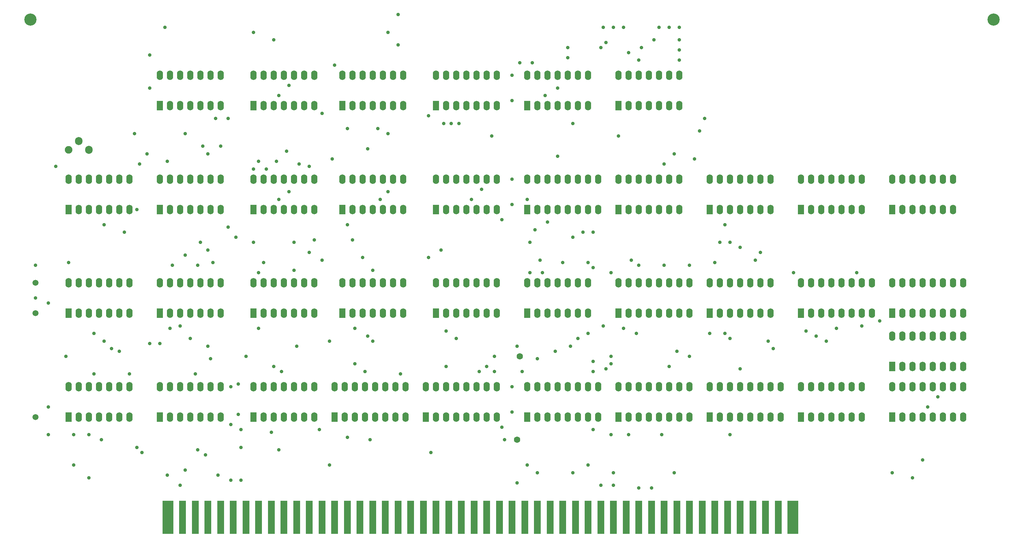
<source format=gbl>
G04 #@! TF.GenerationSoftware,KiCad,Pcbnew,(5.1.12)-1*
G04 #@! TF.CreationDate,2022-10-15T16:15:19+01:00*
G04 #@! TF.ProjectId,Dazzler,44617a7a-6c65-4722-9e6b-696361645f70,rev?*
G04 #@! TF.SameCoordinates,Original*
G04 #@! TF.FileFunction,Copper,L2,Bot*
G04 #@! TF.FilePolarity,Positive*
%FSLAX46Y46*%
G04 Gerber Fmt 4.6, Leading zero omitted, Abs format (unit mm)*
G04 Created by KiCad (PCBNEW (5.1.12)-1) date 2022-10-15 16:15:19*
%MOMM*%
%LPD*%
G01*
G04 APERTURE LIST*
G04 #@! TA.AperFunction,ComponentPad*
%ADD10O,1.905000X2.000000*%
G04 #@! TD*
G04 #@! TA.AperFunction,ComponentPad*
%ADD11C,1.905000*%
G04 #@! TD*
G04 #@! TA.AperFunction,ComponentPad*
%ADD12R,1.600000X2.400000*%
G04 #@! TD*
G04 #@! TA.AperFunction,ComponentPad*
%ADD13O,1.600000X2.400000*%
G04 #@! TD*
G04 #@! TA.AperFunction,ConnectorPad*
%ADD14R,2.794000X8.382000*%
G04 #@! TD*
G04 #@! TA.AperFunction,ConnectorPad*
%ADD15R,1.778000X8.382000*%
G04 #@! TD*
G04 #@! TA.AperFunction,ComponentPad*
%ADD16C,3.048000*%
G04 #@! TD*
G04 #@! TA.AperFunction,ViaPad*
%ADD17C,0.889000*%
G04 #@! TD*
G04 #@! TA.AperFunction,ViaPad*
%ADD18C,1.500000*%
G04 #@! TD*
G04 #@! TA.AperFunction,ViaPad*
%ADD19C,1.600000*%
G04 #@! TD*
G04 APERTURE END LIST*
D10*
X41275000Y-60620000D03*
X38735000Y-58420000D03*
D11*
X36195000Y-60620000D03*
D12*
X173990000Y-49530000D03*
D13*
X189230000Y-41910000D03*
X176530000Y-49530000D03*
X186690000Y-41910000D03*
X179070000Y-49530000D03*
X184150000Y-41910000D03*
X181610000Y-49530000D03*
X181610000Y-41910000D03*
X184150000Y-49530000D03*
X179070000Y-41910000D03*
X186690000Y-49530000D03*
X176530000Y-41910000D03*
X189230000Y-49530000D03*
X173990000Y-41910000D03*
D12*
X151130000Y-49530000D03*
D13*
X166370000Y-41910000D03*
X153670000Y-49530000D03*
X163830000Y-41910000D03*
X156210000Y-49530000D03*
X161290000Y-41910000D03*
X158750000Y-49530000D03*
X158750000Y-41910000D03*
X161290000Y-49530000D03*
X156210000Y-41910000D03*
X163830000Y-49530000D03*
X153670000Y-41910000D03*
X166370000Y-49530000D03*
X151130000Y-41910000D03*
D12*
X128270000Y-49530000D03*
D13*
X143510000Y-41910000D03*
X130810000Y-49530000D03*
X140970000Y-41910000D03*
X133350000Y-49530000D03*
X138430000Y-41910000D03*
X135890000Y-49530000D03*
X135890000Y-41910000D03*
X138430000Y-49530000D03*
X133350000Y-41910000D03*
X140970000Y-49530000D03*
X130810000Y-41910000D03*
X143510000Y-49530000D03*
X128270000Y-41910000D03*
D12*
X104775000Y-49530000D03*
D13*
X120015000Y-41910000D03*
X107315000Y-49530000D03*
X117475000Y-41910000D03*
X109855000Y-49530000D03*
X114935000Y-41910000D03*
X112395000Y-49530000D03*
X112395000Y-41910000D03*
X114935000Y-49530000D03*
X109855000Y-41910000D03*
X117475000Y-49530000D03*
X107315000Y-41910000D03*
X120015000Y-49530000D03*
X104775000Y-41910000D03*
D12*
X82550000Y-49530000D03*
D13*
X97790000Y-41910000D03*
X85090000Y-49530000D03*
X95250000Y-41910000D03*
X87630000Y-49530000D03*
X92710000Y-41910000D03*
X90170000Y-49530000D03*
X90170000Y-41910000D03*
X92710000Y-49530000D03*
X87630000Y-41910000D03*
X95250000Y-49530000D03*
X85090000Y-41910000D03*
X97790000Y-49530000D03*
X82550000Y-41910000D03*
D12*
X242570000Y-75565000D03*
D13*
X257810000Y-67945000D03*
X245110000Y-75565000D03*
X255270000Y-67945000D03*
X247650000Y-75565000D03*
X252730000Y-67945000D03*
X250190000Y-75565000D03*
X250190000Y-67945000D03*
X252730000Y-75565000D03*
X247650000Y-67945000D03*
X255270000Y-75565000D03*
X245110000Y-67945000D03*
X257810000Y-75565000D03*
X242570000Y-67945000D03*
D12*
X219710000Y-75565000D03*
D13*
X234950000Y-67945000D03*
X222250000Y-75565000D03*
X232410000Y-67945000D03*
X224790000Y-75565000D03*
X229870000Y-67945000D03*
X227330000Y-75565000D03*
X227330000Y-67945000D03*
X229870000Y-75565000D03*
X224790000Y-67945000D03*
X232410000Y-75565000D03*
X222250000Y-67945000D03*
X234950000Y-75565000D03*
X219710000Y-67945000D03*
D12*
X196850000Y-75565000D03*
D13*
X212090000Y-67945000D03*
X199390000Y-75565000D03*
X209550000Y-67945000D03*
X201930000Y-75565000D03*
X207010000Y-67945000D03*
X204470000Y-75565000D03*
X204470000Y-67945000D03*
X207010000Y-75565000D03*
X201930000Y-67945000D03*
X209550000Y-75565000D03*
X199390000Y-67945000D03*
X212090000Y-75565000D03*
X196850000Y-67945000D03*
D12*
X173990000Y-75565000D03*
D13*
X189230000Y-67945000D03*
X176530000Y-75565000D03*
X186690000Y-67945000D03*
X179070000Y-75565000D03*
X184150000Y-67945000D03*
X181610000Y-75565000D03*
X181610000Y-67945000D03*
X184150000Y-75565000D03*
X179070000Y-67945000D03*
X186690000Y-75565000D03*
X176530000Y-67945000D03*
X189230000Y-75565000D03*
X173990000Y-67945000D03*
D12*
X242570000Y-114935000D03*
D13*
X260350000Y-107315000D03*
X245110000Y-114935000D03*
X257810000Y-107315000D03*
X247650000Y-114935000D03*
X255270000Y-107315000D03*
X250190000Y-114935000D03*
X252730000Y-107315000D03*
X252730000Y-114935000D03*
X250190000Y-107315000D03*
X255270000Y-114935000D03*
X247650000Y-107315000D03*
X257810000Y-114935000D03*
X245110000Y-107315000D03*
X260350000Y-114935000D03*
X242570000Y-107315000D03*
X196850000Y-120015000D03*
X214630000Y-127635000D03*
X199390000Y-120015000D03*
X212090000Y-127635000D03*
X201930000Y-120015000D03*
X209550000Y-127635000D03*
X204470000Y-120015000D03*
X207010000Y-127635000D03*
X207010000Y-120015000D03*
X204470000Y-127635000D03*
X209550000Y-120015000D03*
X201930000Y-127635000D03*
X212090000Y-120015000D03*
X199390000Y-127635000D03*
X214630000Y-120015000D03*
D12*
X196850000Y-127635000D03*
D13*
X128270000Y-67945000D03*
X143510000Y-75565000D03*
X130810000Y-67945000D03*
X140970000Y-75565000D03*
X133350000Y-67945000D03*
X138430000Y-75565000D03*
X135890000Y-67945000D03*
X135890000Y-75565000D03*
X138430000Y-67945000D03*
X133350000Y-75565000D03*
X140970000Y-67945000D03*
X130810000Y-75565000D03*
X143510000Y-67945000D03*
D12*
X128270000Y-75565000D03*
D13*
X104775000Y-67945000D03*
X120015000Y-75565000D03*
X107315000Y-67945000D03*
X117475000Y-75565000D03*
X109855000Y-67945000D03*
X114935000Y-75565000D03*
X112395000Y-67945000D03*
X112395000Y-75565000D03*
X114935000Y-67945000D03*
X109855000Y-75565000D03*
X117475000Y-67945000D03*
X107315000Y-75565000D03*
X120015000Y-67945000D03*
D12*
X104775000Y-75565000D03*
D13*
X151130000Y-93980000D03*
X166370000Y-101600000D03*
X153670000Y-93980000D03*
X163830000Y-101600000D03*
X156210000Y-93980000D03*
X161290000Y-101600000D03*
X158750000Y-93980000D03*
X158750000Y-101600000D03*
X161290000Y-93980000D03*
X156210000Y-101600000D03*
X163830000Y-93980000D03*
X153670000Y-101600000D03*
X166370000Y-93980000D03*
D12*
X151130000Y-101600000D03*
D13*
X104775000Y-93980000D03*
X120015000Y-101600000D03*
X107315000Y-93980000D03*
X117475000Y-101600000D03*
X109855000Y-93980000D03*
X114935000Y-101600000D03*
X112395000Y-93980000D03*
X112395000Y-101600000D03*
X114935000Y-93980000D03*
X109855000Y-101600000D03*
X117475000Y-93980000D03*
X107315000Y-101600000D03*
X120015000Y-93980000D03*
D12*
X104775000Y-101600000D03*
D13*
X82550000Y-93980000D03*
X97790000Y-101600000D03*
X85090000Y-93980000D03*
X95250000Y-101600000D03*
X87630000Y-93980000D03*
X92710000Y-101600000D03*
X90170000Y-93980000D03*
X90170000Y-101600000D03*
X92710000Y-93980000D03*
X87630000Y-101600000D03*
X95250000Y-93980000D03*
X85090000Y-101600000D03*
X97790000Y-93980000D03*
D12*
X82550000Y-101600000D03*
X59055000Y-75565000D03*
D13*
X74295000Y-67945000D03*
X61595000Y-75565000D03*
X71755000Y-67945000D03*
X64135000Y-75565000D03*
X69215000Y-67945000D03*
X66675000Y-75565000D03*
X66675000Y-67945000D03*
X69215000Y-75565000D03*
X64135000Y-67945000D03*
X71755000Y-75565000D03*
X61595000Y-67945000D03*
X74295000Y-75565000D03*
X59055000Y-67945000D03*
D12*
X82550000Y-75565000D03*
D13*
X97790000Y-67945000D03*
X85090000Y-75565000D03*
X95250000Y-67945000D03*
X87630000Y-75565000D03*
X92710000Y-67945000D03*
X90170000Y-75565000D03*
X90170000Y-67945000D03*
X92710000Y-75565000D03*
X87630000Y-67945000D03*
X95250000Y-75565000D03*
X85090000Y-67945000D03*
X97790000Y-75565000D03*
X82550000Y-67945000D03*
D12*
X36195000Y-75565000D03*
D13*
X51435000Y-67945000D03*
X38735000Y-75565000D03*
X48895000Y-67945000D03*
X41275000Y-75565000D03*
X46355000Y-67945000D03*
X43815000Y-75565000D03*
X43815000Y-67945000D03*
X46355000Y-75565000D03*
X41275000Y-67945000D03*
X48895000Y-75565000D03*
X38735000Y-67945000D03*
X51435000Y-75565000D03*
X36195000Y-67945000D03*
X59055000Y-41910000D03*
X74295000Y-49530000D03*
X61595000Y-41910000D03*
X71755000Y-49530000D03*
X64135000Y-41910000D03*
X69215000Y-49530000D03*
X66675000Y-41910000D03*
X66675000Y-49530000D03*
X69215000Y-41910000D03*
X64135000Y-49530000D03*
X71755000Y-41910000D03*
X61595000Y-49530000D03*
X74295000Y-41910000D03*
D12*
X59055000Y-49530000D03*
X59055000Y-101600000D03*
D13*
X74295000Y-93980000D03*
X61595000Y-101600000D03*
X71755000Y-93980000D03*
X64135000Y-101600000D03*
X69215000Y-93980000D03*
X66675000Y-101600000D03*
X66675000Y-93980000D03*
X69215000Y-101600000D03*
X64135000Y-93980000D03*
X71755000Y-101600000D03*
X61595000Y-93980000D03*
X74295000Y-101600000D03*
X59055000Y-93980000D03*
D12*
X128270000Y-101600000D03*
D13*
X143510000Y-93980000D03*
X130810000Y-101600000D03*
X140970000Y-93980000D03*
X133350000Y-101600000D03*
X138430000Y-93980000D03*
X135890000Y-101600000D03*
X135890000Y-93980000D03*
X138430000Y-101600000D03*
X133350000Y-93980000D03*
X140970000Y-101600000D03*
X130810000Y-93980000D03*
X143510000Y-101600000D03*
X128270000Y-93980000D03*
D12*
X36195000Y-101600000D03*
D13*
X51435000Y-93980000D03*
X38735000Y-101600000D03*
X48895000Y-93980000D03*
X41275000Y-101600000D03*
X46355000Y-93980000D03*
X43815000Y-101600000D03*
X43815000Y-93980000D03*
X46355000Y-101600000D03*
X41275000Y-93980000D03*
X48895000Y-101600000D03*
X38735000Y-93980000D03*
X51435000Y-101600000D03*
X36195000Y-93980000D03*
X173990000Y-93980000D03*
X191770000Y-101600000D03*
X176530000Y-93980000D03*
X189230000Y-101600000D03*
X179070000Y-93980000D03*
X186690000Y-101600000D03*
X181610000Y-93980000D03*
X184150000Y-101600000D03*
X184150000Y-93980000D03*
X181610000Y-101600000D03*
X186690000Y-93980000D03*
X179070000Y-101600000D03*
X189230000Y-93980000D03*
X176530000Y-101600000D03*
X191770000Y-93980000D03*
D12*
X173990000Y-101600000D03*
D13*
X242570000Y-93980000D03*
X260350000Y-101600000D03*
X245110000Y-93980000D03*
X257810000Y-101600000D03*
X247650000Y-93980000D03*
X255270000Y-101600000D03*
X250190000Y-93980000D03*
X252730000Y-101600000D03*
X252730000Y-93980000D03*
X250190000Y-101600000D03*
X255270000Y-93980000D03*
X247650000Y-101600000D03*
X257810000Y-93980000D03*
X245110000Y-101600000D03*
X260350000Y-93980000D03*
D12*
X242570000Y-101600000D03*
D13*
X196850000Y-93980000D03*
X212090000Y-101600000D03*
X199390000Y-93980000D03*
X209550000Y-101600000D03*
X201930000Y-93980000D03*
X207010000Y-101600000D03*
X204470000Y-93980000D03*
X204470000Y-101600000D03*
X207010000Y-93980000D03*
X201930000Y-101600000D03*
X209550000Y-93980000D03*
X199390000Y-101600000D03*
X212090000Y-93980000D03*
D12*
X196850000Y-101600000D03*
D13*
X219710000Y-93980000D03*
X237490000Y-101600000D03*
X222250000Y-93980000D03*
X234950000Y-101600000D03*
X224790000Y-93980000D03*
X232410000Y-101600000D03*
X227330000Y-93980000D03*
X229870000Y-101600000D03*
X229870000Y-93980000D03*
X227330000Y-101600000D03*
X232410000Y-93980000D03*
X224790000Y-101600000D03*
X234950000Y-93980000D03*
X222250000Y-101600000D03*
X237490000Y-93980000D03*
D12*
X219710000Y-101600000D03*
X219710000Y-127635000D03*
D13*
X234950000Y-120015000D03*
X222250000Y-127635000D03*
X232410000Y-120015000D03*
X224790000Y-127635000D03*
X229870000Y-120015000D03*
X227330000Y-127635000D03*
X227330000Y-120015000D03*
X229870000Y-127635000D03*
X224790000Y-120015000D03*
X232410000Y-127635000D03*
X222250000Y-120015000D03*
X234950000Y-127635000D03*
X219710000Y-120015000D03*
D12*
X242570000Y-127635000D03*
D13*
X260350000Y-120015000D03*
X245110000Y-127635000D03*
X257810000Y-120015000D03*
X247650000Y-127635000D03*
X255270000Y-120015000D03*
X250190000Y-127635000D03*
X252730000Y-120015000D03*
X252730000Y-127635000D03*
X250190000Y-120015000D03*
X255270000Y-127635000D03*
X247650000Y-120015000D03*
X257810000Y-127635000D03*
X245110000Y-120015000D03*
X260350000Y-127635000D03*
X242570000Y-120015000D03*
D12*
X173990000Y-127635000D03*
D13*
X191770000Y-120015000D03*
X176530000Y-127635000D03*
X189230000Y-120015000D03*
X179070000Y-127635000D03*
X186690000Y-120015000D03*
X181610000Y-127635000D03*
X184150000Y-120015000D03*
X184150000Y-127635000D03*
X181610000Y-120015000D03*
X186690000Y-127635000D03*
X179070000Y-120015000D03*
X189230000Y-127635000D03*
X176530000Y-120015000D03*
X191770000Y-127635000D03*
X173990000Y-120015000D03*
D12*
X151130000Y-127635000D03*
D13*
X168910000Y-120015000D03*
X153670000Y-127635000D03*
X166370000Y-120015000D03*
X156210000Y-127635000D03*
X163830000Y-120015000D03*
X158750000Y-127635000D03*
X161290000Y-120015000D03*
X161290000Y-127635000D03*
X158750000Y-120015000D03*
X163830000Y-127635000D03*
X156210000Y-120015000D03*
X166370000Y-127635000D03*
X153670000Y-120015000D03*
X168910000Y-127635000D03*
X151130000Y-120015000D03*
D12*
X125730000Y-127635000D03*
D13*
X143510000Y-120015000D03*
X128270000Y-127635000D03*
X140970000Y-120015000D03*
X130810000Y-127635000D03*
X138430000Y-120015000D03*
X133350000Y-127635000D03*
X135890000Y-120015000D03*
X135890000Y-127635000D03*
X133350000Y-120015000D03*
X138430000Y-127635000D03*
X130810000Y-120015000D03*
X140970000Y-127635000D03*
X128270000Y-120015000D03*
X143510000Y-127635000D03*
X125730000Y-120015000D03*
D12*
X151130000Y-75565000D03*
D13*
X168910000Y-67945000D03*
X153670000Y-75565000D03*
X166370000Y-67945000D03*
X156210000Y-75565000D03*
X163830000Y-67945000D03*
X158750000Y-75565000D03*
X161290000Y-67945000D03*
X161290000Y-75565000D03*
X158750000Y-67945000D03*
X163830000Y-75565000D03*
X156210000Y-67945000D03*
X166370000Y-75565000D03*
X153670000Y-67945000D03*
X168910000Y-75565000D03*
X151130000Y-67945000D03*
X102870000Y-120015000D03*
X120650000Y-127635000D03*
X105410000Y-120015000D03*
X118110000Y-127635000D03*
X107950000Y-120015000D03*
X115570000Y-127635000D03*
X110490000Y-120015000D03*
X113030000Y-127635000D03*
X113030000Y-120015000D03*
X110490000Y-127635000D03*
X115570000Y-120015000D03*
X107950000Y-127635000D03*
X118110000Y-120015000D03*
X105410000Y-127635000D03*
X120650000Y-120015000D03*
D12*
X102870000Y-127635000D03*
D14*
X217678000Y-152781000D03*
D15*
X213995000Y-152781000D03*
X210820000Y-152781000D03*
X207645000Y-152781000D03*
X204470000Y-152781000D03*
X201295000Y-152781000D03*
X198120000Y-152781000D03*
X194945000Y-152781000D03*
X191770000Y-152781000D03*
X188595000Y-152781000D03*
X185420000Y-152781000D03*
X182245000Y-152781000D03*
X179070000Y-152781000D03*
X175895000Y-152781000D03*
X172720000Y-152781000D03*
X169545000Y-152781000D03*
X166370000Y-152781000D03*
X163195000Y-152781000D03*
X160020000Y-152781000D03*
X156845000Y-152781000D03*
X153670000Y-152781000D03*
X150495000Y-152781000D03*
X147320000Y-152781000D03*
X144145000Y-152781000D03*
X140970000Y-152781000D03*
X137795000Y-152781000D03*
X134620000Y-152781000D03*
X131445000Y-152781000D03*
X128270000Y-152781000D03*
X125095000Y-152781000D03*
X121920000Y-152781000D03*
X118745000Y-152781000D03*
X115570000Y-152781000D03*
X112395000Y-152781000D03*
X109220000Y-152781000D03*
X106045000Y-152781000D03*
X102870000Y-152781000D03*
X99695000Y-152781000D03*
X96520000Y-152781000D03*
X93345000Y-152781000D03*
X90170000Y-152781000D03*
X86995000Y-152781000D03*
X83820000Y-152781000D03*
X80645000Y-152781000D03*
X77470000Y-152781000D03*
X74295000Y-152781000D03*
X71120000Y-152781000D03*
X67945000Y-152781000D03*
X64770000Y-152781000D03*
D14*
X61087000Y-152781000D03*
D13*
X36195000Y-120015000D03*
X51435000Y-127635000D03*
X38735000Y-120015000D03*
X48895000Y-127635000D03*
X41275000Y-120015000D03*
X46355000Y-127635000D03*
X43815000Y-120015000D03*
X43815000Y-127635000D03*
X46355000Y-120015000D03*
X41275000Y-127635000D03*
X48895000Y-120015000D03*
X38735000Y-127635000D03*
X51435000Y-120015000D03*
D12*
X36195000Y-127635000D03*
D13*
X59055000Y-120015000D03*
X74295000Y-127635000D03*
X61595000Y-120015000D03*
X71755000Y-127635000D03*
X64135000Y-120015000D03*
X69215000Y-127635000D03*
X66675000Y-120015000D03*
X66675000Y-127635000D03*
X69215000Y-120015000D03*
X64135000Y-127635000D03*
X71755000Y-120015000D03*
X61595000Y-127635000D03*
X74295000Y-120015000D03*
D12*
X59055000Y-127635000D03*
D13*
X82550000Y-120015000D03*
X97790000Y-127635000D03*
X85090000Y-120015000D03*
X95250000Y-127635000D03*
X87630000Y-120015000D03*
X92710000Y-127635000D03*
X90170000Y-120015000D03*
X90170000Y-127635000D03*
X92710000Y-120015000D03*
X87630000Y-127635000D03*
X95250000Y-120015000D03*
X85090000Y-127635000D03*
X97790000Y-120015000D03*
D12*
X82550000Y-127635000D03*
D16*
X267970000Y-27940000D03*
X26670000Y-27940000D03*
D17*
X250190000Y-138430000D03*
X247650000Y-142875000D03*
X242570000Y-141605000D03*
X254000000Y-122555000D03*
X251460000Y-125095000D03*
X201930000Y-132080000D03*
X184785000Y-132080000D03*
X176530000Y-132080000D03*
X172085000Y-132080000D03*
X167640000Y-130810000D03*
X187960000Y-141605000D03*
X179070000Y-145415000D03*
X182245000Y-145415000D03*
X169545000Y-144780000D03*
X172720000Y-144780000D03*
X172720000Y-141605000D03*
X166370000Y-139700000D03*
X162560000Y-141605000D03*
X153670000Y-141605000D03*
X151130000Y-139700000D03*
X148590000Y-144145000D03*
X147320000Y-126365000D03*
X147320000Y-120015000D03*
X144780000Y-130175000D03*
X145415000Y-133350000D03*
X127000000Y-136525000D03*
X106045000Y-132715000D03*
X111760000Y-133350000D03*
X119380000Y-116840000D03*
X107950000Y-114300000D03*
X110490000Y-116205000D03*
X86995000Y-131445000D03*
X88900000Y-135890000D03*
X99060000Y-130810000D03*
X79375000Y-130810000D03*
X76835000Y-129540000D03*
X79375000Y-143510000D03*
X76835000Y-143510000D03*
X73660000Y-142240000D03*
X70485000Y-137160000D03*
X68580000Y-135890000D03*
X65405000Y-140970000D03*
X64135000Y-144780000D03*
X60960000Y-142240000D03*
X31115000Y-132080000D03*
X37465000Y-132080000D03*
X41275000Y-132080000D03*
X44450000Y-133350000D03*
X37465000Y-139700000D03*
X41275000Y-142875000D03*
X31115000Y-125095000D03*
X42545000Y-116840000D03*
X51435000Y-116840000D03*
X67945000Y-116840000D03*
X71755000Y-113030000D03*
X76835000Y-120015000D03*
X78740000Y-119380000D03*
X78740000Y-127000000D03*
X80645000Y-112395000D03*
X87630000Y-114935000D03*
X89535000Y-116205000D03*
X93345000Y-109855000D03*
X101600000Y-108585000D03*
X107950000Y-105410000D03*
X111125000Y-107315000D03*
X112395000Y-108585000D03*
X35560000Y-112395000D03*
X42545000Y-106680000D03*
X45085000Y-108585000D03*
X46990000Y-110490000D03*
X48895000Y-111125000D03*
X79375000Y-135255000D03*
X53340000Y-135255000D03*
X54610000Y-136525000D03*
X59055000Y-109220000D03*
X56515000Y-109220000D03*
X53975000Y-64135000D03*
X55880000Y-61595000D03*
X60960000Y-63500000D03*
X53340000Y-75565000D03*
X50165000Y-81280000D03*
X45085000Y-79375000D03*
X36195000Y-88900000D03*
X27940000Y-97790000D03*
X62230000Y-89535000D03*
X65405000Y-86995000D03*
X68580000Y-89535000D03*
X69215000Y-83820000D03*
X71120000Y-85725000D03*
X72390000Y-88900000D03*
X76200000Y-80010000D03*
X78105000Y-82550000D03*
X82550000Y-83820000D03*
X83820000Y-91440000D03*
X85090000Y-88900000D03*
X92710000Y-90805000D03*
X96520000Y-86360000D03*
X97790000Y-83185000D03*
X92710000Y-83820000D03*
X99695000Y-88265000D03*
X106045000Y-79375000D03*
X107315000Y-83185000D03*
X109855000Y-87630000D03*
X116205000Y-71120000D03*
X114300000Y-73025000D03*
X91440000Y-71120000D03*
X88900000Y-73025000D03*
X88900000Y-73025000D03*
X96520000Y-64770000D03*
X93980000Y-64135000D03*
X90805000Y-60960000D03*
X88265000Y-63500000D03*
X85725000Y-65405000D03*
X82550000Y-65405000D03*
X83820000Y-63500000D03*
X61595000Y-105410000D03*
X64135000Y-104775000D03*
X66675000Y-107950000D03*
X71120000Y-109855000D03*
X83820000Y-105410000D03*
X101600000Y-139700000D03*
X27940000Y-89535000D03*
D18*
X27940000Y-127635000D03*
X27940000Y-101600000D03*
X27940000Y-93980000D03*
D17*
X31115000Y-99060000D03*
X142875000Y-116205000D03*
X139065000Y-116205000D03*
X140970000Y-114935000D03*
X142875000Y-112395000D03*
X130810000Y-114935000D03*
X130810000Y-106045000D03*
X133350000Y-107950000D03*
X149860000Y-116205000D03*
X153670000Y-113030000D03*
X158115000Y-111125000D03*
X161925000Y-109855000D03*
X163830000Y-107950000D03*
X166370000Y-106680000D03*
X170180000Y-104775000D03*
X167640000Y-116205000D03*
X167640000Y-113665000D03*
X170815000Y-115570000D03*
X172085000Y-114300000D03*
X172085000Y-112395000D03*
X175260000Y-105410000D03*
X178435000Y-106680000D03*
X186690000Y-114935000D03*
X188595000Y-111125000D03*
X191770000Y-112395000D03*
X196850000Y-106680000D03*
X200660000Y-106680000D03*
X201930000Y-107950000D03*
X204470000Y-115570000D03*
X211455000Y-108585000D03*
X212725000Y-110490000D03*
D19*
X148590000Y-133350000D03*
X149225000Y-112395000D03*
D17*
X148590000Y-109855000D03*
X172085000Y-91440000D03*
X220980000Y-106045000D03*
X223520000Y-107315000D03*
X226060000Y-108585000D03*
X228600000Y-105410000D03*
X234950000Y-104775000D03*
X239395000Y-103505000D03*
X233680000Y-91440000D03*
X217805000Y-91440000D03*
X191770000Y-89535000D03*
X185420000Y-89535000D03*
X179070000Y-89535000D03*
X177165000Y-88265000D03*
X167640000Y-90170000D03*
X166370000Y-88900000D03*
X160020000Y-88900000D03*
X154940000Y-91440000D03*
X151765000Y-91440000D03*
X154305000Y-88265000D03*
X126365000Y-87630000D03*
X129540000Y-85725000D03*
X52705000Y-56515000D03*
X60325000Y-29845000D03*
X65405000Y-56515000D03*
X71120000Y-61595000D03*
X69850000Y-59690000D03*
X74295000Y-59690000D03*
X73025000Y-52705000D03*
X76200000Y-52705000D03*
X99695000Y-51435000D03*
X88900000Y-46990000D03*
X91440000Y-44450000D03*
X82550000Y-31115000D03*
X87630000Y-33020000D03*
X102870000Y-39370000D03*
X102235000Y-62865000D03*
X106045000Y-55245000D03*
X111125000Y-60325000D03*
X116205000Y-56515000D03*
X113665000Y-55245000D03*
X118745000Y-34290000D03*
X116205000Y-31115000D03*
X118745000Y-26670000D03*
X56515000Y-36830000D03*
X56515000Y-45085000D03*
X33020000Y-64770000D03*
X126365000Y-52070000D03*
X130175000Y-53975000D03*
X132080000Y-53975000D03*
X133985000Y-53975000D03*
X142240000Y-57150000D03*
X137160000Y-73025000D03*
X139700000Y-70485000D03*
X144780000Y-78105000D03*
X147320000Y-74295000D03*
X147320000Y-67945000D03*
X151130000Y-73025000D03*
X153035000Y-80645000D03*
X151765000Y-83820000D03*
X156210000Y-78740000D03*
X162560000Y-82550000D03*
X165100000Y-81280000D03*
X167640000Y-81280000D03*
X158750000Y-62230000D03*
X162560000Y-53975000D03*
X155575000Y-46990000D03*
X158750000Y-45085000D03*
X149225000Y-38735000D03*
X152400000Y-38735000D03*
X147320000Y-41910000D03*
X147320000Y-48260000D03*
X161290000Y-37465000D03*
X161290000Y-34925000D03*
X173990000Y-57150000D03*
X185420000Y-64135000D03*
X187960000Y-61595000D03*
X189230000Y-38100000D03*
X189230000Y-35560000D03*
X189230000Y-33020000D03*
X189230000Y-29845000D03*
X186690000Y-29845000D03*
X184150000Y-29845000D03*
X182880000Y-33020000D03*
X176530000Y-36195000D03*
X179070000Y-38100000D03*
X179705000Y-34925000D03*
X169545000Y-34925000D03*
X170815000Y-33655000D03*
X170180000Y-29845000D03*
X172720000Y-29845000D03*
X175260000Y-29845000D03*
X193040000Y-62865000D03*
X194310000Y-55880000D03*
X195580000Y-52705000D03*
X198120000Y-88900000D03*
X200660000Y-79375000D03*
X209550000Y-86360000D03*
X208280000Y-88265000D03*
X204470000Y-85090000D03*
X199390000Y-83820000D03*
X201930000Y-83820000D03*
X112395000Y-90805000D03*
M02*

</source>
